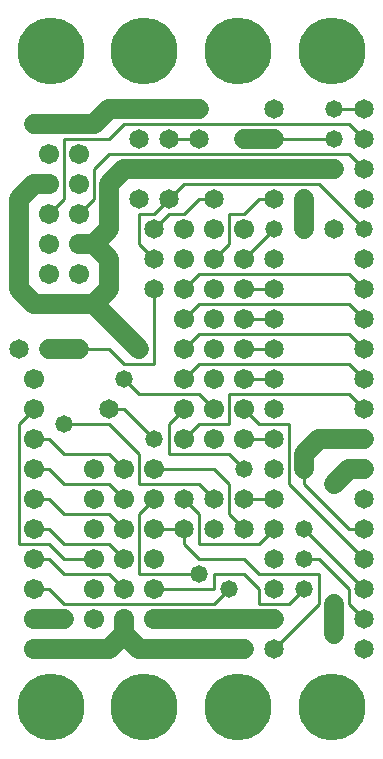
<source format=gbl>
%MOIN*%
%FSLAX25Y25*%
G04 D10 used for Character Trace; *
G04     Circle (OD=.01000) (No hole)*
G04 D11 used for Power Trace; *
G04     Circle (OD=.06500) (No hole)*
G04 D12 used for Signal Trace; *
G04     Circle (OD=.01100) (No hole)*
G04 D13 used for Via; *
G04     Circle (OD=.05800) (Round. Hole ID=.02800)*
G04 D14 used for Component hole; *
G04     Circle (OD=.06500) (Round. Hole ID=.03500)*
G04 D15 used for Component hole; *
G04     Circle (OD=.06700) (Round. Hole ID=.04300)*
G04 D16 used for Component hole; *
G04     Circle (OD=.08100) (Round. Hole ID=.05100)*
G04 D17 used for Component hole; *
G04     Circle (OD=.08900) (Round. Hole ID=.05900)*
G04 D18 used for Component hole; *
G04     Circle (OD=.11300) (Round. Hole ID=.08300)*
G04 D19 used for Component hole; *
G04     Circle (OD=.16000) (Round. Hole ID=.13000)*
G04 D20 used for Component hole; *
G04     Circle (OD=.18300) (Round. Hole ID=.15300)*
G04 D21 used for Component hole; *
G04     Circle (OD=.22291) (Round. Hole ID=.19291)*
%ADD10C,.01000*%
%ADD11C,.06500*%
%ADD12C,.01100*%
%ADD13C,.05800*%
%ADD14C,.06500*%
%ADD15C,.06700*%
%ADD16C,.08100*%
%ADD17C,.08900*%
%ADD18C,.11300*%
%ADD19C,.16000*%
%ADD20C,.18300*%
%ADD21C,.22291*%
%IPPOS*%
%LPD*%
G90*X0Y0D02*D21*X15625Y15625D03*D11*              
X10000Y35000D02*X35000D01*D15*X10000D03*D13*      
X20000Y45000D03*D11*X10000D01*D15*D03*D12*        
X20000Y50000D02*X15000Y55000D01*X20000Y50000D02*  
X70000D01*X75000Y55000D01*D13*D03*D12*X85000D02*  
X80000Y60000D01*X85000Y50000D02*Y55000D01*        
Y50000D02*X95000D01*X100000Y55000D01*D13*D03*D12* 
X90000Y35000D02*X105000Y50000D01*D14*             
X90000Y35000D03*Y45000D03*D11*X50000D01*D15*D03*  
D14*X60000Y35000D03*D11*X45000D01*X40000Y40000D01*
X35000Y35000D01*X40000Y40000D02*Y45000D01*D15*D03*
X50000Y55000D03*D12*X70000D01*Y60000D01*X80000D01*
X85000D02*X105000D01*Y50000D01*D13*X110000D03*D11*
Y40000D01*D13*D03*D14*X120000Y35000D03*D12*       
Y45000D02*X115000Y50000D01*D14*X120000Y45000D03*  
D12*X115000Y50000D02*Y55000D01*X105000Y65000D01*  
X100000D01*D13*D03*D14*X90000Y75000D03*D12*       
X85000Y70000D01*X65000D01*Y80000D01*              
X60000Y85000D01*D14*D03*D12*X70000D02*            
X65000Y90000D01*D14*X70000Y85000D03*D12*          
X80000Y75000D02*X75000Y80000D01*D14*              
X80000Y75000D03*D12*X75000Y80000D02*Y90000D01*    
X70000Y95000D01*X50000D01*D15*D03*D12*            
X55000Y100000D02*X75000D01*X80000Y95000D01*D13*   
D03*D14*X90000Y85000D03*D12*X80000D01*D14*D03*    
X90000Y95000D03*X70000Y75000D03*D12*              
X45000Y90000D02*X65000D01*X45000D02*Y100000D01*   
X35000Y110000D01*X20000D01*D13*D03*D12*Y100000D02*
X15000Y105000D01*X20000Y100000D02*X35000D01*      
X40000Y95000D01*D15*D03*D12*Y85000D02*            
X35000Y90000D01*D15*X40000Y85000D03*D12*          
X45000Y60000D02*Y80000D01*Y60000D02*X65000D01*D13*
D03*D12*Y65000D02*X80000D01*X85000Y60000D01*D14*  
X90000Y55000D03*Y65000D03*D13*X100000Y75000D03*   
D12*X120000Y55000D01*D14*D03*Y65000D03*D12*       
X95000Y90000D01*Y110000D01*X85000D01*             
X80000Y115000D01*D15*D03*D12*X75000Y110000D02*    
Y120000D01*X65000Y110000D02*X75000D01*            
X60000Y105000D02*X65000Y110000D01*D15*            
X60000Y105000D03*D12*X55000Y100000D02*Y110000D01* 
D13*X50000Y105000D03*D12*X40000Y115000D01*        
X35000D01*D14*D03*D13*X40000Y125000D03*D12*       
X45000Y120000D01*X65000D01*X70000Y115000D01*D15*  
D03*D12*X75000Y120000D02*X115000D01*              
X120000Y115000D01*D14*D03*Y125000D03*D12*         
X115000Y130000D01*X65000D01*X60000Y125000D01*D15* 
D03*X70000Y135000D03*D12*X40000Y130000D02*        
X50000D01*X40000D02*X35000Y135000D01*X25000D01*   
D14*D03*D11*X15000D01*D14*D03*D15*                
X10000Y125000D03*D14*X5000Y135000D03*D11*         
X45000D02*X30000Y150000D01*D14*X45000Y135000D03*  
D12*X50000Y130000D02*Y155000D01*D14*D03*D15*      
X60000Y145000D03*D12*X65000Y150000D01*X115000D01* 
X120000Y145000D01*D14*D03*D12*Y135000D02*         
X115000Y140000D01*D14*X120000Y135000D03*D12*      
X65000Y140000D02*X115000D01*X60000Y135000D02*     
X65000Y140000D01*D15*X60000Y135000D03*            
X70000Y125000D03*Y145000D03*X80000Y155000D03*D12* 
X90000D01*D14*D03*D15*X80000Y165000D03*D12*       
X90000Y175000D01*D13*D03*X100000Y185000D03*D11*   
Y175000D01*D14*D03*X90000Y185000D03*D12*X85000D01*
X80000Y180000D01*X75000D01*Y170000D01*            
X70000Y165000D01*D15*D03*D12*X60000Y155000D02*    
X65000Y160000D01*D15*X60000Y155000D03*D12*        
X65000Y160000D02*X115000D01*X120000Y155000D01*D14*
D03*Y165000D03*D13*Y175000D03*D12*                
X105000Y190000D01*X60000D01*X55000Y185000D01*D14* 
D03*D12*X50000Y180000D01*X45000D01*Y170000D01*    
X50000Y165000D01*D14*D03*D15*X60000Y175000D03*    
Y165000D03*D14*X50000Y175000D03*D12*              
X55000Y180000D01*X60000D01*X65000Y185000D01*      
X70000D01*D14*D03*D15*X80000Y175000D03*D14*       
Y195000D03*D11*X70000D01*D14*D03*D11*X45000D01*   
D13*D03*D11*X40000D01*X35000Y190000D01*Y175000D01*
X30000Y170000D01*X35000Y165000D01*Y155000D01*     
X30000Y150000D01*X10000D01*X5000Y155000D01*       
Y185000D01*X10000Y190000D01*X15000D01*D15*D03*D12*
Y180000D02*X20000Y185000D01*D15*X15000Y180000D03* 
D12*X20000Y185000D02*Y205000D01*X35000D01*        
X40000Y210000D01*X115000D01*X120000Y205000D01*D14*
D03*D12*Y195000D02*X115000Y200000D01*D14*         
X120000Y195000D03*D12*X35000Y200000D02*X115000D01*
X30000Y195000D02*X35000Y200000D01*                
X30000Y185000D02*Y195000D01*X25000Y180000D02*     
X30000Y185000D01*D15*X25000Y180000D03*            
X15000Y170000D03*X25000Y190000D03*Y170000D03*D11* 
X30000D01*D15*X25000Y160000D03*D14*               
X45000Y185000D03*D15*X15000Y160000D03*            
X25000Y200000D03*X15000D03*D14*X65000Y205000D03*  
D12*X55000D01*D14*D03*X65000Y215000D03*D11*       
X50000D01*D14*D03*D11*X35000D01*X30000Y210000D01* 
D13*D03*D11*X10000D01*D13*D03*D21*                
X15625Y234375D03*D14*X45000Y205000D03*D21*        
X46875Y234375D03*D15*X70000Y155000D03*Y175000D03* 
X80000Y145000D03*D12*X90000D01*D14*D03*D15*       
X80000Y135000D03*D12*X90000D01*D14*D03*D15*       
X80000Y125000D03*D12*X90000D01*D14*D03*Y115000D03*
D15*X70000Y105000D03*X80000D03*D12*X90000D01*D14* 
D03*D13*X100000Y95000D03*D12*Y90000D01*           
X115000Y75000D01*X120000D01*D14*D03*Y85000D03*D13*
X110000Y90000D03*D11*X115000Y95000D01*X120000D01* 
D14*D03*Y105000D03*D11*X105000D01*                
X100000Y100000D01*Y95000D01*D12*X65000Y65000D02*  
X60000Y70000D01*Y75000D01*D14*D03*D12*X50000D01*  
D15*D03*D12*X45000Y80000D02*X50000Y85000D01*D15*  
D03*X40000Y75000D03*D12*X35000Y80000D01*X20000D01*
X15000Y85000D01*X10000D01*D15*D03*D12*            
X20000Y90000D02*X15000Y95000D01*X20000Y90000D02*  
X35000D01*D15*X30000Y95000D03*Y85000D03*Y75000D03*
D12*X55000Y110000D02*X60000Y115000D01*D15*D03*D12*
X20000Y65000D02*X15000Y70000D01*X20000Y65000D02*  
X30000D01*D15*D03*D12*X40000Y55000D02*            
X35000Y60000D01*D15*X40000Y55000D03*D12*          
X20000Y60000D02*X35000D01*X20000D02*              
X15000Y65000D01*X10000D01*D15*D03*D12*            
X5000Y70000D02*X15000D01*X5000D02*Y110000D01*     
X10000Y115000D01*D15*D03*Y105000D03*D12*X15000D01*
D15*X10000Y95000D03*D12*X15000D01*D15*            
X10000Y75000D03*D12*X15000D01*X20000Y70000D01*    
X35000D01*X40000Y65000D01*D15*D03*X30000Y55000D03*
X50000Y65000D03*X30000Y45000D03*D12*              
X10000Y55000D02*X15000D01*D15*X10000D03*D21*      
X46875Y15625D03*D11*X60000Y35000D02*X70000D01*D14*
D03*D11*X80000D01*D14*D03*D21*X78125Y15625D03*    
X109375D03*D14*X90000Y165000D03*X110000Y175000D03*
X120000Y185000D03*D13*X110000Y195000D03*D11*      
X90000D01*D14*D03*D11*X80000D01*D14*              
X90000Y205000D03*D11*X80000D01*D14*D03*           
X90000Y215000D03*D12*Y205000D02*X110000D01*D13*   
D03*D14*X120000Y215000D03*D12*X110000D01*D13*D03* 
D21*X109375Y234375D03*X78125D03*M02*              

</source>
